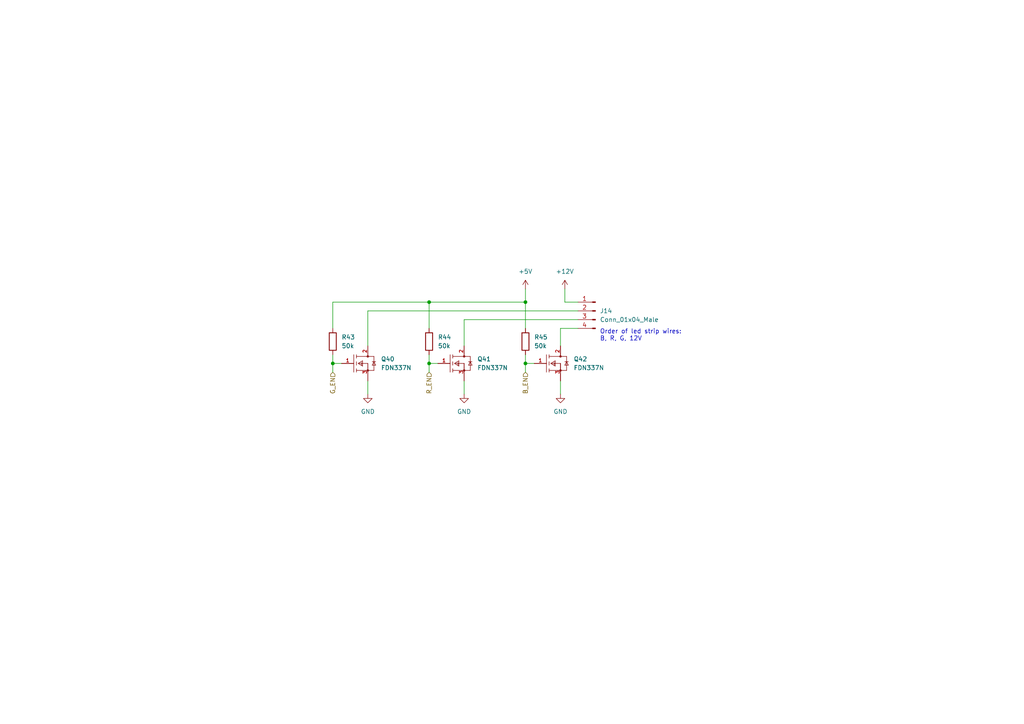
<source format=kicad_sch>
(kicad_sch (version 20211123) (generator eeschema)

  (uuid 422c1d61-e7ea-4fb7-8dbc-f3f36c44dc5e)

  (paper "A4")

  (lib_symbols
    (symbol "Connector:Conn_01x04_Male" (pin_names (offset 1.016) hide) (in_bom yes) (on_board yes)
      (property "Reference" "J" (id 0) (at 0 5.08 0)
        (effects (font (size 1.27 1.27)))
      )
      (property "Value" "Conn_01x04_Male" (id 1) (at 0 -7.62 0)
        (effects (font (size 1.27 1.27)))
      )
      (property "Footprint" "" (id 2) (at 0 0 0)
        (effects (font (size 1.27 1.27)) hide)
      )
      (property "Datasheet" "~" (id 3) (at 0 0 0)
        (effects (font (size 1.27 1.27)) hide)
      )
      (property "ki_keywords" "connector" (id 4) (at 0 0 0)
        (effects (font (size 1.27 1.27)) hide)
      )
      (property "ki_description" "Generic connector, single row, 01x04, script generated (kicad-library-utils/schlib/autogen/connector/)" (id 5) (at 0 0 0)
        (effects (font (size 1.27 1.27)) hide)
      )
      (property "ki_fp_filters" "Connector*:*_1x??_*" (id 6) (at 0 0 0)
        (effects (font (size 1.27 1.27)) hide)
      )
      (symbol "Conn_01x04_Male_1_1"
        (polyline
          (pts
            (xy 1.27 -5.08)
            (xy 0.8636 -5.08)
          )
          (stroke (width 0.1524) (type default) (color 0 0 0 0))
          (fill (type none))
        )
        (polyline
          (pts
            (xy 1.27 -2.54)
            (xy 0.8636 -2.54)
          )
          (stroke (width 0.1524) (type default) (color 0 0 0 0))
          (fill (type none))
        )
        (polyline
          (pts
            (xy 1.27 0)
            (xy 0.8636 0)
          )
          (stroke (width 0.1524) (type default) (color 0 0 0 0))
          (fill (type none))
        )
        (polyline
          (pts
            (xy 1.27 2.54)
            (xy 0.8636 2.54)
          )
          (stroke (width 0.1524) (type default) (color 0 0 0 0))
          (fill (type none))
        )
        (rectangle (start 0.8636 -4.953) (end 0 -5.207)
          (stroke (width 0.1524) (type default) (color 0 0 0 0))
          (fill (type outline))
        )
        (rectangle (start 0.8636 -2.413) (end 0 -2.667)
          (stroke (width 0.1524) (type default) (color 0 0 0 0))
          (fill (type outline))
        )
        (rectangle (start 0.8636 0.127) (end 0 -0.127)
          (stroke (width 0.1524) (type default) (color 0 0 0 0))
          (fill (type outline))
        )
        (rectangle (start 0.8636 2.667) (end 0 2.413)
          (stroke (width 0.1524) (type default) (color 0 0 0 0))
          (fill (type outline))
        )
        (pin passive line (at 5.08 2.54 180) (length 3.81)
          (name "Pin_1" (effects (font (size 1.27 1.27))))
          (number "1" (effects (font (size 1.27 1.27))))
        )
        (pin passive line (at 5.08 0 180) (length 3.81)
          (name "Pin_2" (effects (font (size 1.27 1.27))))
          (number "2" (effects (font (size 1.27 1.27))))
        )
        (pin passive line (at 5.08 -2.54 180) (length 3.81)
          (name "Pin_3" (effects (font (size 1.27 1.27))))
          (number "3" (effects (font (size 1.27 1.27))))
        )
        (pin passive line (at 5.08 -5.08 180) (length 3.81)
          (name "Pin_4" (effects (font (size 1.27 1.27))))
          (number "4" (effects (font (size 1.27 1.27))))
        )
      )
    )
    (symbol "Device:R" (pin_numbers hide) (pin_names (offset 0)) (in_bom yes) (on_board yes)
      (property "Reference" "R" (id 0) (at 2.032 0 90)
        (effects (font (size 1.27 1.27)))
      )
      (property "Value" "R" (id 1) (at 0 0 90)
        (effects (font (size 1.27 1.27)))
      )
      (property "Footprint" "" (id 2) (at -1.778 0 90)
        (effects (font (size 1.27 1.27)) hide)
      )
      (property "Datasheet" "~" (id 3) (at 0 0 0)
        (effects (font (size 1.27 1.27)) hide)
      )
      (property "ki_keywords" "R res resistor" (id 4) (at 0 0 0)
        (effects (font (size 1.27 1.27)) hide)
      )
      (property "ki_description" "Resistor" (id 5) (at 0 0 0)
        (effects (font (size 1.27 1.27)) hide)
      )
      (property "ki_fp_filters" "R_*" (id 6) (at 0 0 0)
        (effects (font (size 1.27 1.27)) hide)
      )
      (symbol "R_0_1"
        (rectangle (start -1.016 -2.54) (end 1.016 2.54)
          (stroke (width 0.254) (type default) (color 0 0 0 0))
          (fill (type none))
        )
      )
      (symbol "R_1_1"
        (pin passive line (at 0 3.81 270) (length 1.27)
          (name "~" (effects (font (size 1.27 1.27))))
          (number "1" (effects (font (size 1.27 1.27))))
        )
        (pin passive line (at 0 -3.81 90) (length 1.27)
          (name "~" (effects (font (size 1.27 1.27))))
          (number "2" (effects (font (size 1.27 1.27))))
        )
      )
    )
    (symbol "FDN337N:FDN337N" (pin_names (offset 1.016)) (in_bom yes) (on_board yes)
      (property "Reference" "Q" (id 0) (at 0 7.62 0)
        (effects (font (size 1.27 1.27)) (justify left))
      )
      (property "Value" "FDN337N" (id 1) (at 0 10.16 0)
        (effects (font (size 1.27 1.27)) (justify left))
      )
      (property "Footprint" "ON_Semi-527AG-01-12_2008-O-*" (id 2) (at 0 12.7 0)
        (effects (font (size 1.27 1.27)) (justify left) hide)
      )
      (property "Datasheet" "http://www.onsemi.com/pub/Collateral/FDN337N-D.PDF" (id 3) (at 0 15.24 0)
        (effects (font (size 1.27 1.27)) (justify left) hide)
      )
      (property "3DS Part Number" "455-00000" (id 4) (at 0 17.78 0)
        (effects (font (size 1.27 1.27)) (justify left) hide)
      )
      (property "category" "Trans" (id 5) (at 0 20.32 0)
        (effects (font (size 1.27 1.27)) (justify left) hide)
      )
      (property "continuous drain current" "2.2A" (id 6) (at 0 22.86 0)
        (effects (font (size 1.27 1.27)) (justify left) hide)
      )
      (property "device class L1" "Discrete Semiconductors" (id 7) (at 0 25.4 0)
        (effects (font (size 1.27 1.27)) (justify left) hide)
      )
      (property "device class L2" "Transistors" (id 8) (at 0 27.94 0)
        (effects (font (size 1.27 1.27)) (justify left) hide)
      )
      (property "device class L3" "MOSFETs" (id 9) (at 0 30.48 0)
        (effects (font (size 1.27 1.27)) (justify left) hide)
      )
      (property "digikey description" "MOSFET N-CH 30V 2.2A SSOT3" (id 10) (at 0 33.02 0)
        (effects (font (size 1.27 1.27)) (justify left) hide)
      )
      (property "digikey part number" "FDN337NCT-ND" (id 11) (at 0 35.56 0)
        (effects (font (size 1.27 1.27)) (justify left) hide)
      )
      (property "drain to source breakdown voltage" "30V" (id 12) (at 0 38.1 0)
        (effects (font (size 1.27 1.27)) (justify left) hide)
      )
      (property "drain to source resistance" "0.054Ω" (id 13) (at 0 40.64 0)
        (effects (font (size 1.27 1.27)) (justify left) hide)
      )
      (property "drain to source voltage" "30V" (id 14) (at 0 43.18 0)
        (effects (font (size 1.27 1.27)) (justify left) hide)
      )
      (property "footprint url" "http://www.onsemi.com/pub/Collateral/527AG.PDF" (id 15) (at 0 45.72 0)
        (effects (font (size 1.27 1.27)) (justify left) hide)
      )
      (property "gate to source voltage" "8V" (id 16) (at 0 48.26 0)
        (effects (font (size 1.27 1.27)) (justify left) hide)
      )
      (property "height" "1.12mm" (id 17) (at 0 50.8 0)
        (effects (font (size 1.27 1.27)) (justify left) hide)
      )
      (property "input capacitace at vds" "300pF @ 10V" (id 18) (at 0 53.34 0)
        (effects (font (size 1.27 1.27)) (justify left) hide)
      )
      (property "ipc land pattern name" "SOT95P237X100-3" (id 19) (at 0 55.88 0)
        (effects (font (size 1.27 1.27)) (justify left) hide)
      )
      (property "lead free" "yes" (id 20) (at 0 58.42 0)
        (effects (font (size 1.27 1.27)) (justify left) hide)
      )
      (property "library id" "39cc3973a6a2fb4d" (id 21) (at 0 60.96 0)
        (effects (font (size 1.27 1.27)) (justify left) hide)
      )
      (property "manufacturer" "ON Semi" (id 22) (at 0 63.5 0)
        (effects (font (size 1.27 1.27)) (justify left) hide)
      )
      (property "max junction temp" "+150°C" (id 23) (at 0 66.04 0)
        (effects (font (size 1.27 1.27)) (justify left) hide)
      )
      (property "mouser part number" "512-FDN337N" (id 24) (at 0 68.58 0)
        (effects (font (size 1.27 1.27)) (justify left) hide)
      )
      (property "number of N channels" "1" (id 25) (at 0 71.12 0)
        (effects (font (size 1.27 1.27)) (justify left) hide)
      )
      (property "number of P channels" "0" (id 26) (at 0 73.66 0)
        (effects (font (size 1.27 1.27)) (justify left) hide)
      )
      (property "number of channels" "1" (id 27) (at 0 76.2 0)
        (effects (font (size 1.27 1.27)) (justify left) hide)
      )
      (property "package" "SOT-23-3" (id 28) (at 0 78.74 0)
        (effects (font (size 1.27 1.27)) (justify left) hide)
      )
      (property "power dissipation" "0.5W" (id 29) (at 0 81.28 0)
        (effects (font (size 1.27 1.27)) (justify left) hide)
      )
      (property "rohs" "yes" (id 30) (at 0 83.82 0)
        (effects (font (size 1.27 1.27)) (justify left) hide)
      )
      (property "standoff height" "0.013mm" (id 31) (at 0 86.36 0)
        (effects (font (size 1.27 1.27)) (justify left) hide)
      )
      (property "technology" "MOSFET" (id 32) (at 0 88.9 0)
        (effects (font (size 1.27 1.27)) (justify left) hide)
      )
      (property "temperature range high" "+150°C" (id 33) (at 0 91.44 0)
        (effects (font (size 1.27 1.27)) (justify left) hide)
      )
      (property "temperature range low" "-55°C" (id 34) (at 0 93.98 0)
        (effects (font (size 1.27 1.27)) (justify left) hide)
      )
      (property "threshold vgs" "0.7V" (id 35) (at 0 96.52 0)
        (effects (font (size 1.27 1.27)) (justify left) hide)
      )
      (property "turn off delay time" "17ns" (id 36) (at 0 99.06 0)
        (effects (font (size 1.27 1.27)) (justify left) hide)
      )
      (property "turn on delay time" "4ns" (id 37) (at 0 101.6 0)
        (effects (font (size 1.27 1.27)) (justify left) hide)
      )
      (property "ki_locked" "" (id 38) (at 0 0 0)
        (effects (font (size 1.27 1.27)))
      )
      (property "ki_description" "FDN337N" (id 39) (at 0 0 0)
        (effects (font (size 1.27 1.27)) hide)
      )
      (symbol "FDN337N_1_1"
        (polyline
          (pts
            (xy 6.096 -2.54)
            (xy 6.096 2.54)
          )
          (stroke (width 0) (type default) (color 0 0 0 0))
          (fill (type none))
        )
        (polyline
          (pts
            (xy 6.858 -2.032)
            (xy 10.16 -2.032)
          )
          (stroke (width 0) (type default) (color 0 0 0 0))
          (fill (type none))
        )
        (polyline
          (pts
            (xy 6.858 -1.524)
            (xy 6.858 -2.54)
          )
          (stroke (width 0) (type default) (color 0 0 0 0))
          (fill (type none))
        )
        (polyline
          (pts
            (xy 6.858 0.508)
            (xy 6.858 -0.508)
          )
          (stroke (width 0) (type default) (color 0 0 0 0))
          (fill (type none))
        )
        (polyline
          (pts
            (xy 6.858 1.524)
            (xy 6.858 2.54)
          )
          (stroke (width 0) (type default) (color 0 0 0 0))
          (fill (type none))
        )
        (polyline
          (pts
            (xy 6.858 2.032)
            (xy 10.16 2.032)
          )
          (stroke (width 0) (type default) (color 0 0 0 0))
          (fill (type none))
        )
        (polyline
          (pts
            (xy 7.366 0)
            (xy 8.636 -0.762)
          )
          (stroke (width 0) (type default) (color 0 0 0 0))
          (fill (type none))
        )
        (polyline
          (pts
            (xy 7.366 0)
            (xy 8.636 0.762)
          )
          (stroke (width 0) (type default) (color 0 0 0 0))
          (fill (type none))
        )
        (polyline
          (pts
            (xy 7.62 0)
            (xy 10.16 0)
          )
          (stroke (width 0) (type default) (color 0 0 0 0))
          (fill (type none))
        )
        (polyline
          (pts
            (xy 8.382 0.254)
            (xy 8.382 -0.508)
          )
          (stroke (width 0) (type default) (color 0 0 0 0))
          (fill (type none))
        )
        (polyline
          (pts
            (xy 8.636 0.762)
            (xy 8.636 -0.762)
          )
          (stroke (width 0) (type default) (color 0 0 0 0))
          (fill (type none))
        )
        (polyline
          (pts
            (xy 10.16 -2.032)
            (xy 11.938 -2.032)
          )
          (stroke (width 0) (type default) (color 0 0 0 0))
          (fill (type none))
        )
        (polyline
          (pts
            (xy 11.43 -0.508)
            (xy 12.446 -0.508)
          )
          (stroke (width 0) (type default) (color 0 0 0 0))
          (fill (type none))
        )
        (polyline
          (pts
            (xy 11.938 -2.032)
            (xy 11.938 2.032)
          )
          (stroke (width 0) (type default) (color 0 0 0 0))
          (fill (type none))
        )
        (polyline
          (pts
            (xy 11.938 0.508)
            (xy 11.43 -0.508)
          )
          (stroke (width 0) (type default) (color 0 0 0 0))
          (fill (type none))
        )
        (polyline
          (pts
            (xy 11.938 0.508)
            (xy 11.43 0.508)
          )
          (stroke (width 0) (type default) (color 0 0 0 0))
          (fill (type none))
        )
        (polyline
          (pts
            (xy 11.938 0.508)
            (xy 12.446 0.508)
          )
          (stroke (width 0) (type default) (color 0 0 0 0))
          (fill (type none))
        )
        (polyline
          (pts
            (xy 11.938 2.032)
            (xy 10.16 2.032)
          )
          (stroke (width 0) (type default) (color 0 0 0 0))
          (fill (type none))
        )
        (polyline
          (pts
            (xy 12.446 -0.508)
            (xy 11.938 0.508)
          )
          (stroke (width 0) (type default) (color 0 0 0 0))
          (fill (type none))
        )
        (circle (center 10.16 -2.032) (radius 0.254)
          (stroke (width 0) (type default) (color 0 0 0 0))
          (fill (type none))
        )
        (circle (center 10.16 2.032) (radius 0.254)
          (stroke (width 0) (type default) (color 0 0 0 0))
          (fill (type none))
        )
        (pin passive line (at 2.54 0 0) (length 3.556)
          (name "G" (effects (font (size 0 0))))
          (number "1" (effects (font (size 1.016 1.016))))
        )
        (pin passive line (at 10.16 5.08 270) (length 3.048)
          (name "D" (effects (font (size 0 0))))
          (number "2" (effects (font (size 1.016 1.016))))
        )
        (pin passive line (at 10.16 -5.08 90) (length 5.08)
          (name "S" (effects (font (size 0 0))))
          (number "3" (effects (font (size 1.016 1.016))))
        )
      )
    )
    (symbol "power:+12V" (power) (pin_names (offset 0)) (in_bom yes) (on_board yes)
      (property "Reference" "#PWR" (id 0) (at 0 -3.81 0)
        (effects (font (size 1.27 1.27)) hide)
      )
      (property "Value" "+12V" (id 1) (at 0 3.556 0)
        (effects (font (size 1.27 1.27)))
      )
      (property "Footprint" "" (id 2) (at 0 0 0)
        (effects (font (size 1.27 1.27)) hide)
      )
      (property "Datasheet" "" (id 3) (at 0 0 0)
        (effects (font (size 1.27 1.27)) hide)
      )
      (property "ki_keywords" "power-flag" (id 4) (at 0 0 0)
        (effects (font (size 1.27 1.27)) hide)
      )
      (property "ki_description" "Power symbol creates a global label with name \"+12V\"" (id 5) (at 0 0 0)
        (effects (font (size 1.27 1.27)) hide)
      )
      (symbol "+12V_0_1"
        (polyline
          (pts
            (xy -0.762 1.27)
            (xy 0 2.54)
          )
          (stroke (width 0) (type default) (color 0 0 0 0))
          (fill (type none))
        )
        (polyline
          (pts
            (xy 0 0)
            (xy 0 2.54)
          )
          (stroke (width 0) (type default) (color 0 0 0 0))
          (fill (type none))
        )
        (polyline
          (pts
            (xy 0 2.54)
            (xy 0.762 1.27)
          )
          (stroke (width 0) (type default) (color 0 0 0 0))
          (fill (type none))
        )
      )
      (symbol "+12V_1_1"
        (pin power_in line (at 0 0 90) (length 0) hide
          (name "+12V" (effects (font (size 1.27 1.27))))
          (number "1" (effects (font (size 1.27 1.27))))
        )
      )
    )
    (symbol "power:+5V" (power) (pin_names (offset 0)) (in_bom yes) (on_board yes)
      (property "Reference" "#PWR" (id 0) (at 0 -3.81 0)
        (effects (font (size 1.27 1.27)) hide)
      )
      (property "Value" "+5V" (id 1) (at 0 3.556 0)
        (effects (font (size 1.27 1.27)))
      )
      (property "Footprint" "" (id 2) (at 0 0 0)
        (effects (font (size 1.27 1.27)) hide)
      )
      (property "Datasheet" "" (id 3) (at 0 0 0)
        (effects (font (size 1.27 1.27)) hide)
      )
      (property "ki_keywords" "power-flag" (id 4) (at 0 0 0)
        (effects (font (size 1.27 1.27)) hide)
      )
      (property "ki_description" "Power symbol creates a global label with name \"+5V\"" (id 5) (at 0 0 0)
        (effects (font (size 1.27 1.27)) hide)
      )
      (symbol "+5V_0_1"
        (polyline
          (pts
            (xy -0.762 1.27)
            (xy 0 2.54)
          )
          (stroke (width 0) (type default) (color 0 0 0 0))
          (fill (type none))
        )
        (polyline
          (pts
            (xy 0 0)
            (xy 0 2.54)
          )
          (stroke (width 0) (type default) (color 0 0 0 0))
          (fill (type none))
        )
        (polyline
          (pts
            (xy 0 2.54)
            (xy 0.762 1.27)
          )
          (stroke (width 0) (type default) (color 0 0 0 0))
          (fill (type none))
        )
      )
      (symbol "+5V_1_1"
        (pin power_in line (at 0 0 90) (length 0) hide
          (name "+5V" (effects (font (size 1.27 1.27))))
          (number "1" (effects (font (size 1.27 1.27))))
        )
      )
    )
    (symbol "power:GND" (power) (pin_names (offset 0)) (in_bom yes) (on_board yes)
      (property "Reference" "#PWR" (id 0) (at 0 -6.35 0)
        (effects (font (size 1.27 1.27)) hide)
      )
      (property "Value" "GND" (id 1) (at 0 -3.81 0)
        (effects (font (size 1.27 1.27)))
      )
      (property "Footprint" "" (id 2) (at 0 0 0)
        (effects (font (size 1.27 1.27)) hide)
      )
      (property "Datasheet" "" (id 3) (at 0 0 0)
        (effects (font (size 1.27 1.27)) hide)
      )
      (property "ki_keywords" "power-flag" (id 4) (at 0 0 0)
        (effects (font (size 1.27 1.27)) hide)
      )
      (property "ki_description" "Power symbol creates a global label with name \"GND\" , ground" (id 5) (at 0 0 0)
        (effects (font (size 1.27 1.27)) hide)
      )
      (symbol "GND_0_1"
        (polyline
          (pts
            (xy 0 0)
            (xy 0 -1.27)
            (xy 1.27 -1.27)
            (xy 0 -2.54)
            (xy -1.27 -1.27)
            (xy 0 -1.27)
          )
          (stroke (width 0) (type default) (color 0 0 0 0))
          (fill (type none))
        )
      )
      (symbol "GND_1_1"
        (pin power_in line (at 0 0 270) (length 0) hide
          (name "GND" (effects (font (size 1.27 1.27))))
          (number "1" (effects (font (size 1.27 1.27))))
        )
      )
    )
  )

  (junction (at 124.46 105.41) (diameter 0) (color 0 0 0 0)
    (uuid 39399d5a-41e4-44a1-90bd-c945071be919)
  )
  (junction (at 152.4 105.41) (diameter 0) (color 0 0 0 0)
    (uuid 4a041e8f-7af7-45d1-b991-d4094d443e34)
  )
  (junction (at 96.52 105.41) (diameter 0) (color 0 0 0 0)
    (uuid 7140ec3e-8241-4c98-9305-3e76208507dc)
  )
  (junction (at 124.46 87.63) (diameter 0) (color 0 0 0 0)
    (uuid 9d11dd5b-0f3c-4e6b-9871-44dcb054b54d)
  )
  (junction (at 152.4 87.63) (diameter 0) (color 0 0 0 0)
    (uuid f4bb1043-728c-45fd-b7f7-eb4f7a8affcd)
  )

  (wire (pts (xy 96.52 102.87) (xy 96.52 105.41))
    (stroke (width 0) (type default) (color 0 0 0 0))
    (uuid 03133b52-4c75-4a2b-a5da-286e63de596a)
  )
  (wire (pts (xy 152.4 105.41) (xy 152.4 107.95))
    (stroke (width 0) (type default) (color 0 0 0 0))
    (uuid 05009fac-cae5-413e-be9c-f0332311e168)
  )
  (wire (pts (xy 106.68 110.49) (xy 106.68 114.3))
    (stroke (width 0) (type default) (color 0 0 0 0))
    (uuid 0578d0a2-0346-46d5-8c50-888f627b46fd)
  )
  (wire (pts (xy 134.62 92.71) (xy 134.62 100.33))
    (stroke (width 0) (type default) (color 0 0 0 0))
    (uuid 0dff889f-7e23-41a5-99d2-655d836b955e)
  )
  (wire (pts (xy 162.56 110.49) (xy 162.56 114.3))
    (stroke (width 0) (type default) (color 0 0 0 0))
    (uuid 13191781-f056-4db5-81fe-ff431edd6aba)
  )
  (wire (pts (xy 154.94 105.41) (xy 152.4 105.41))
    (stroke (width 0) (type default) (color 0 0 0 0))
    (uuid 3232b872-b021-4ba6-a162-b9f009cfc50c)
  )
  (wire (pts (xy 106.68 90.17) (xy 106.68 100.33))
    (stroke (width 0) (type default) (color 0 0 0 0))
    (uuid 3dde1f81-528c-4bca-a9ad-b8878c5c9633)
  )
  (wire (pts (xy 152.4 102.87) (xy 152.4 105.41))
    (stroke (width 0) (type default) (color 0 0 0 0))
    (uuid 41e3f493-2247-40e4-9ce5-b8a914534d41)
  )
  (wire (pts (xy 124.46 87.63) (xy 152.4 87.63))
    (stroke (width 0) (type default) (color 0 0 0 0))
    (uuid 466f2d9f-9c24-406a-a435-93800fd9b499)
  )
  (wire (pts (xy 152.4 83.82) (xy 152.4 87.63))
    (stroke (width 0) (type default) (color 0 0 0 0))
    (uuid 519b1c4e-ac36-4cc7-ad50-ac716ddb4e04)
  )
  (wire (pts (xy 167.64 95.25) (xy 162.56 95.25))
    (stroke (width 0) (type default) (color 0 0 0 0))
    (uuid 54c730a8-cb73-48f6-a4ca-00686a419338)
  )
  (wire (pts (xy 99.06 105.41) (xy 96.52 105.41))
    (stroke (width 0) (type default) (color 0 0 0 0))
    (uuid 56d5c3e0-b82f-4ad0-bd31-ab44d2c97feb)
  )
  (wire (pts (xy 163.83 83.82) (xy 163.83 87.63))
    (stroke (width 0) (type default) (color 0 0 0 0))
    (uuid 59c4ddfd-7eec-4c08-8a6b-9f030088f1d7)
  )
  (wire (pts (xy 152.4 87.63) (xy 152.4 95.25))
    (stroke (width 0) (type default) (color 0 0 0 0))
    (uuid 78da4b57-ca03-4a4e-9478-02c1af441a41)
  )
  (wire (pts (xy 127 105.41) (xy 124.46 105.41))
    (stroke (width 0) (type default) (color 0 0 0 0))
    (uuid 79edb9df-87df-4d72-8684-87677b768318)
  )
  (wire (pts (xy 96.52 87.63) (xy 124.46 87.63))
    (stroke (width 0) (type default) (color 0 0 0 0))
    (uuid 79ee6d53-f14c-44cb-b418-1df9ee69b6d1)
  )
  (wire (pts (xy 124.46 95.25) (xy 124.46 87.63))
    (stroke (width 0) (type default) (color 0 0 0 0))
    (uuid 869fdd93-0ef0-4f6c-b098-9b315168c45a)
  )
  (wire (pts (xy 134.62 110.49) (xy 134.62 114.3))
    (stroke (width 0) (type default) (color 0 0 0 0))
    (uuid 95558dd2-2ee1-41c5-89d1-21cc0a8439a0)
  )
  (wire (pts (xy 96.52 105.41) (xy 96.52 107.95))
    (stroke (width 0) (type default) (color 0 0 0 0))
    (uuid ae590344-45c3-4d52-8218-f50b012336df)
  )
  (wire (pts (xy 124.46 105.41) (xy 124.46 107.95))
    (stroke (width 0) (type default) (color 0 0 0 0))
    (uuid aff1c824-87f1-4da2-906c-15aec80ec9f4)
  )
  (wire (pts (xy 167.64 92.71) (xy 134.62 92.71))
    (stroke (width 0) (type default) (color 0 0 0 0))
    (uuid b4befb27-4008-4e19-8558-ea6bfc08fe0d)
  )
  (wire (pts (xy 96.52 95.25) (xy 96.52 87.63))
    (stroke (width 0) (type default) (color 0 0 0 0))
    (uuid d38d9cff-3b24-4989-9d16-fb1f89316166)
  )
  (wire (pts (xy 163.83 87.63) (xy 167.64 87.63))
    (stroke (width 0) (type default) (color 0 0 0 0))
    (uuid eb9f39a9-efb3-46f1-bcc7-bf4b6ceb3fe9)
  )
  (wire (pts (xy 167.64 90.17) (xy 106.68 90.17))
    (stroke (width 0) (type default) (color 0 0 0 0))
    (uuid ef421bbb-2c84-4aa2-a08a-9d546f8b2ca4)
  )
  (wire (pts (xy 162.56 95.25) (xy 162.56 100.33))
    (stroke (width 0) (type default) (color 0 0 0 0))
    (uuid f5fc9b61-8c05-4154-a2ec-600117daceb2)
  )
  (wire (pts (xy 124.46 102.87) (xy 124.46 105.41))
    (stroke (width 0) (type default) (color 0 0 0 0))
    (uuid fcc1c632-2de8-4d98-b466-73f80e7f2336)
  )

  (text "Order of led strip wires:\nB, R, G, 12V" (at 173.99 99.06 0)
    (effects (font (size 1.27 1.27)) (justify left bottom))
    (uuid 81b7c496-d346-4564-8e7d-7dc0d9990956)
  )

  (hierarchical_label "G_EN" (shape input) (at 96.52 107.95 270)
    (effects (font (size 1.27 1.27)) (justify right))
    (uuid 1b393ee4-7508-4a1a-9161-edde4ff8fac8)
  )
  (hierarchical_label "R_EN" (shape input) (at 124.46 107.95 270)
    (effects (font (size 1.27 1.27)) (justify right))
    (uuid a4494649-a5d4-47c9-a022-94267677e3a9)
  )
  (hierarchical_label "B_EN" (shape input) (at 152.4 107.95 270)
    (effects (font (size 1.27 1.27)) (justify right))
    (uuid e17d29e2-0644-4966-995b-f03b91bd4572)
  )

  (symbol (lib_id "Device:R") (at 96.52 99.06 0)
    (in_bom yes) (on_board yes) (fields_autoplaced)
    (uuid 101131db-475d-4275-89d4-ac43ee9a25d5)
    (property "Reference" "R43" (id 0) (at 99.06 97.7899 0)
      (effects (font (size 1.27 1.27)) (justify left))
    )
    (property "Value" "50k" (id 1) (at 99.06 100.3299 0)
      (effects (font (size 1.27 1.27)) (justify left))
    )
    (property "Footprint" "Resistor_SMD:R_0805_2012Metric" (id 2) (at 94.742 99.06 90)
      (effects (font (size 1.27 1.27)) hide)
    )
    (property "Datasheet" "~" (id 3) (at 96.52 99.06 0)
      (effects (font (size 1.27 1.27)) hide)
    )
    (pin "1" (uuid d05ca12a-32d4-4c55-95ec-69bfada58ba7))
    (pin "2" (uuid 2733a655-db42-498b-a705-184e4fe256a3))
  )

  (symbol (lib_id "power:GND") (at 162.56 114.3 0)
    (in_bom yes) (on_board yes) (fields_autoplaced)
    (uuid 4b15b7ed-85be-46bd-8ecf-c7db11bc500e)
    (property "Reference" "#PWR0157" (id 0) (at 162.56 120.65 0)
      (effects (font (size 1.27 1.27)) hide)
    )
    (property "Value" "GND" (id 1) (at 162.56 119.38 0))
    (property "Footprint" "" (id 2) (at 162.56 114.3 0)
      (effects (font (size 1.27 1.27)) hide)
    )
    (property "Datasheet" "" (id 3) (at 162.56 114.3 0)
      (effects (font (size 1.27 1.27)) hide)
    )
    (pin "1" (uuid 5b05e841-3430-4845-be8c-c3a9622aa788))
  )

  (symbol (lib_id "FDN337N:FDN337N") (at 96.52 105.41 0)
    (in_bom yes) (on_board yes) (fields_autoplaced)
    (uuid 79e8c53a-906c-443b-8cd4-6097bcb94ef4)
    (property "Reference" "Q40" (id 0) (at 110.49 104.1399 0)
      (effects (font (size 1.27 1.27)) (justify left))
    )
    (property "Value" "FDN337N" (id 1) (at 110.49 106.6799 0)
      (effects (font (size 1.27 1.27)) (justify left))
    )
    (property "Footprint" "FDN337N:ON_Semi-527AG-01-12_2008-O-IPC_B" (id 2) (at 96.52 92.71 0)
      (effects (font (size 1.27 1.27)) (justify left) hide)
    )
    (property "Datasheet" "http://www.onsemi.com/pub/Collateral/FDN337N-D.PDF" (id 3) (at 96.52 90.17 0)
      (effects (font (size 1.27 1.27)) (justify left) hide)
    )
    (property "3DS Part Number" "455-00000" (id 4) (at 96.52 87.63 0)
      (effects (font (size 1.27 1.27)) (justify left) hide)
    )
    (property "category" "Trans" (id 5) (at 96.52 85.09 0)
      (effects (font (size 1.27 1.27)) (justify left) hide)
    )
    (property "continuous drain current" "2.2A" (id 6) (at 96.52 82.55 0)
      (effects (font (size 1.27 1.27)) (justify left) hide)
    )
    (property "device class L1" "Discrete Semiconductors" (id 7) (at 96.52 80.01 0)
      (effects (font (size 1.27 1.27)) (justify left) hide)
    )
    (property "device class L2" "Transistors" (id 8) (at 96.52 77.47 0)
      (effects (font (size 1.27 1.27)) (justify left) hide)
    )
    (property "device class L3" "MOSFETs" (id 9) (at 96.52 74.93 0)
      (effects (font (size 1.27 1.27)) (justify left) hide)
    )
    (property "digikey description" "MOSFET N-CH 30V 2.2A SSOT3" (id 10) (at 96.52 72.39 0)
      (effects (font (size 1.27 1.27)) (justify left) hide)
    )
    (property "digikey part number" "FDN337NCT-ND" (id 11) (at 96.52 69.85 0)
      (effects (font (size 1.27 1.27)) (justify left) hide)
    )
    (property "drain to source breakdown voltage" "30V" (id 12) (at 96.52 67.31 0)
      (effects (font (size 1.27 1.27)) (justify left) hide)
    )
    (property "drain to source resistance" "0.054Ω" (id 13) (at 96.52 64.77 0)
      (effects (font (size 1.27 1.27)) (justify left) hide)
    )
    (property "drain to source voltage" "30V" (id 14) (at 96.52 62.23 0)
      (effects (font (size 1.27 1.27)) (justify left) hide)
    )
    (property "footprint url" "http://www.onsemi.com/pub/Collateral/527AG.PDF" (id 15) (at 96.52 59.69 0)
      (effects (font (size 1.27 1.27)) (justify left) hide)
    )
    (property "gate to source voltage" "8V" (id 16) (at 96.52 57.15 0)
      (effects (font (size 1.27 1.27)) (justify left) hide)
    )
    (property "height" "1.12mm" (id 17) (at 96.52 54.61 0)
      (effects (font (size 1.27 1.27)) (justify left) hide)
    )
    (property "input capacitace at vds" "300pF @ 10V" (id 18) (at 96.52 52.07 0)
      (effects (font (size 1.27 1.27)) (justify left) hide)
    )
    (property "ipc land pattern name" "SOT95P237X100-3" (id 19) (at 96.52 49.53 0)
      (effects (font (size 1.27 1.27)) (justify left) hide)
    )
    (property "lead free" "yes" (id 20) (at 96.52 46.99 0)
      (effects (font (size 1.27 1.27)) (justify left) hide)
    )
    (property "library id" "39cc3973a6a2fb4d" (id 21) (at 96.52 44.45 0)
      (effects (font (size 1.27 1.27)) (justify left) hide)
    )
    (property "manufacturer" "ON Semi" (id 22) (at 96.52 41.91 0)
      (effects (font (size 1.27 1.27)) (justify left) hide)
    )
    (property "max junction temp" "+150°C" (id 23) (at 96.52 39.37 0)
      (effects (font (size 1.27 1.27)) (justify left) hide)
    )
    (property "mouser part number" "512-FDN337N" (id 24) (at 96.52 36.83 0)
      (effects (font (size 1.27 1.27)) (justify left) hide)
    )
    (property "number of N channels" "1" (id 25) (at 96.52 34.29 0)
      (effects (font (size 1.27 1.27)) (justify left) hide)
    )
    (property "number of P channels" "0" (id 26) (at 96.52 31.75 0)
      (effects (font (size 1.27 1.27)) (justify left) hide)
    )
    (property "number of channels" "1" (id 27) (at 96.52 29.21 0)
      (effects (font (size 1.27 1.27)) (justify left) hide)
    )
    (property "package" "SOT-23-3" (id 28) (at 96.52 26.67 0)
      (effects (font (size 1.27 1.27)) (justify left) hide)
    )
    (property "power dissipation" "0.5W" (id 29) (at 96.52 24.13 0)
      (effects (font (size 1.27 1.27)) (justify left) hide)
    )
    (property "rohs" "yes" (id 30) (at 96.52 21.59 0)
      (effects (font (size 1.27 1.27)) (justify left) hide)
    )
    (property "standoff height" "0.013mm" (id 31) (at 96.52 19.05 0)
      (effects (font (size 1.27 1.27)) (justify left) hide)
    )
    (property "technology" "MOSFET" (id 32) (at 96.52 16.51 0)
      (effects (font (size 1.27 1.27)) (justify left) hide)
    )
    (property "temperature range high" "+150°C" (id 33) (at 96.52 13.97 0)
      (effects (font (size 1.27 1.27)) (justify left) hide)
    )
    (property "temperature range low" "-55°C" (id 34) (at 96.52 11.43 0)
      (effects (font (size 1.27 1.27)) (justify left) hide)
    )
    (property "threshold vgs" "0.7V" (id 35) (at 96.52 8.89 0)
      (effects (font (size 1.27 1.27)) (justify left) hide)
    )
    (property "turn off delay time" "17ns" (id 36) (at 96.52 6.35 0)
      (effects (font (size 1.27 1.27)) (justify left) hide)
    )
    (property "turn on delay time" "4ns" (id 37) (at 96.52 3.81 0)
      (effects (font (size 1.27 1.27)) (justify left) hide)
    )
    (pin "1" (uuid c4ef9db5-c0a9-4aa1-bb66-2b4c5d4e634a))
    (pin "2" (uuid c169d4f7-7f35-4e3a-a8f8-4aa4ea657a99))
    (pin "3" (uuid 234bcfcf-3bff-4716-b6c3-2f5bddca6433))
  )

  (symbol (lib_id "FDN337N:FDN337N") (at 152.4 105.41 0)
    (in_bom yes) (on_board yes) (fields_autoplaced)
    (uuid 97fecf05-5c81-440b-89af-81913c97f06d)
    (property "Reference" "Q42" (id 0) (at 166.37 104.1399 0)
      (effects (font (size 1.27 1.27)) (justify left))
    )
    (property "Value" "FDN337N" (id 1) (at 166.37 106.6799 0)
      (effects (font (size 1.27 1.27)) (justify left))
    )
    (property "Footprint" "FDN337N:ON_Semi-527AG-01-12_2008-O-IPC_B" (id 2) (at 152.4 92.71 0)
      (effects (font (size 1.27 1.27)) (justify left) hide)
    )
    (property "Datasheet" "http://www.onsemi.com/pub/Collateral/FDN337N-D.PDF" (id 3) (at 152.4 90.17 0)
      (effects (font (size 1.27 1.27)) (justify left) hide)
    )
    (property "3DS Part Number" "455-00000" (id 4) (at 152.4 87.63 0)
      (effects (font (size 1.27 1.27)) (justify left) hide)
    )
    (property "category" "Trans" (id 5) (at 152.4 85.09 0)
      (effects (font (size 1.27 1.27)) (justify left) hide)
    )
    (property "continuous drain current" "2.2A" (id 6) (at 152.4 82.55 0)
      (effects (font (size 1.27 1.27)) (justify left) hide)
    )
    (property "device class L1" "Discrete Semiconductors" (id 7) (at 152.4 80.01 0)
      (effects (font (size 1.27 1.27)) (justify left) hide)
    )
    (property "device class L2" "Transistors" (id 8) (at 152.4 77.47 0)
      (effects (font (size 1.27 1.27)) (justify left) hide)
    )
    (property "device class L3" "MOSFETs" (id 9) (at 152.4 74.93 0)
      (effects (font (size 1.27 1.27)) (justify left) hide)
    )
    (property "digikey description" "MOSFET N-CH 30V 2.2A SSOT3" (id 10) (at 152.4 72.39 0)
      (effects (font (size 1.27 1.27)) (justify left) hide)
    )
    (property "digikey part number" "FDN337NCT-ND" (id 11) (at 152.4 69.85 0)
      (effects (font (size 1.27 1.27)) (justify left) hide)
    )
    (property "drain to source breakdown voltage" "30V" (id 12) (at 152.4 67.31 0)
      (effects (font (size 1.27 1.27)) (justify left) hide)
    )
    (property "drain to source resistance" "0.054Ω" (id 13) (at 152.4 64.77 0)
      (effects (font (size 1.27 1.27)) (justify left) hide)
    )
    (property "drain to source voltage" "30V" (id 14) (at 152.4 62.23 0)
      (effects (font (size 1.27 1.27)) (justify left) hide)
    )
    (property "footprint url" "http://www.onsemi.com/pub/Collateral/527AG.PDF" (id 15) (at 152.4 59.69 0)
      (effects (font (size 1.27 1.27)) (justify left) hide)
    )
    (property "gate to source voltage" "8V" (id 16) (at 152.4 57.15 0)
      (effects (font (size 1.27 1.27)) (justify left) hide)
    )
    (property "height" "1.12mm" (id 17) (at 152.4 54.61 0)
      (effects (font (size 1.27 1.27)) (justify left) hide)
    )
    (property "input capacitace at vds" "300pF @ 10V" (id 18) (at 152.4 52.07 0)
      (effects (font (size 1.27 1.27)) (justify left) hide)
    )
    (property "ipc land pattern name" "SOT95P237X100-3" (id 19) (at 152.4 49.53 0)
      (effects (font (size 1.27 1.27)) (justify left) hide)
    )
    (property "lead free" "yes" (id 20) (at 152.4 46.99 0)
      (effects (font (size 1.27 1.27)) (justify left) hide)
    )
    (property "library id" "39cc3973a6a2fb4d" (id 21) (at 152.4 44.45 0)
      (effects (font (size 1.27 1.27)) (justify left) hide)
    )
    (property "manufacturer" "ON Semi" (id 22) (at 152.4 41.91 0)
      (effects (font (size 1.27 1.27)) (justify left) hide)
    )
    (property "max junction temp" "+150°C" (id 23) (at 152.4 39.37 0)
      (effects (font (size 1.27 1.27)) (justify left) hide)
    )
    (property "mouser part number" "512-FDN337N" (id 24) (at 152.4 36.83 0)
      (effects (font (size 1.27 1.27)) (justify left) hide)
    )
    (property "number of N channels" "1" (id 25) (at 152.4 34.29 0)
      (effects (font (size 1.27 1.27)) (justify left) hide)
    )
    (property "number of P channels" "0" (id 26) (at 152.4 31.75 0)
      (effects (font (size 1.27 1.27)) (justify left) hide)
    )
    (property "number of channels" "1" (id 27) (at 152.4 29.21 0)
      (effects (font (size 1.27 1.27)) (justify left) hide)
    )
    (property "package" "SOT-23-3" (id 28) (at 152.4 26.67 0)
      (effects (font (size 1.27 1.27)) (justify left) hide)
    )
    (property "power dissipation" "0.5W" (id 29) (at 152.4 24.13 0)
      (effects (font (size 1.27 1.27)) (justify left) hide)
    )
    (property "rohs" "yes" (id 30) (at 152.4 21.59 0)
      (effects (font (size 1.27 1.27)) (justify left) hide)
    )
    (property "standoff height" "0.013mm" (id 31) (at 152.4 19.05 0)
      (effects (font (size 1.27 1.27)) (justify left) hide)
    )
    (property "technology" "MOSFET" (id 32) (at 152.4 16.51 0)
      (effects (font (size 1.27 1.27)) (justify left) hide)
    )
    (property "temperature range high" "+150°C" (id 33) (at 152.4 13.97 0)
      (effects (font (size 1.27 1.27)) (justify left) hide)
    )
    (property "temperature range low" "-55°C" (id 34) (at 152.4 11.43 0)
      (effects (font (size 1.27 1.27)) (justify left) hide)
    )
    (property "threshold vgs" "0.7V" (id 35) (at 152.4 8.89 0)
      (effects (font (size 1.27 1.27)) (justify left) hide)
    )
    (property "turn off delay time" "17ns" (id 36) (at 152.4 6.35 0)
      (effects (font (size 1.27 1.27)) (justify left) hide)
    )
    (property "turn on delay time" "4ns" (id 37) (at 152.4 3.81 0)
      (effects (font (size 1.27 1.27)) (justify left) hide)
    )
    (pin "1" (uuid 749ce576-61ca-4d66-a97b-7a5035b0f2fd))
    (pin "2" (uuid c356ab19-506c-4d8e-9a29-26c312a8865f))
    (pin "3" (uuid 98d478ae-1ac6-4a65-967b-635bee0167e1))
  )

  (symbol (lib_id "power:GND") (at 134.62 114.3 0)
    (in_bom yes) (on_board yes) (fields_autoplaced)
    (uuid a7daabe2-2898-4d39-8424-ad8cc27de891)
    (property "Reference" "#PWR0155" (id 0) (at 134.62 120.65 0)
      (effects (font (size 1.27 1.27)) hide)
    )
    (property "Value" "GND" (id 1) (at 134.62 119.38 0))
    (property "Footprint" "" (id 2) (at 134.62 114.3 0)
      (effects (font (size 1.27 1.27)) hide)
    )
    (property "Datasheet" "" (id 3) (at 134.62 114.3 0)
      (effects (font (size 1.27 1.27)) hide)
    )
    (pin "1" (uuid af48d7b8-5396-4512-96a2-ae12e2e39b24))
  )

  (symbol (lib_id "Connector:Conn_01x04_Male") (at 172.72 90.17 0) (mirror y)
    (in_bom yes) (on_board yes) (fields_autoplaced)
    (uuid c1eefc4b-76f4-40c3-b933-ab586706af53)
    (property "Reference" "J14" (id 0) (at 173.99 90.1699 0)
      (effects (font (size 1.27 1.27)) (justify right))
    )
    (property "Value" "Conn_01x04_Male" (id 1) (at 173.99 92.7099 0)
      (effects (font (size 1.27 1.27)) (justify right))
    )
    (property "Footprint" "kicad-ss-libs:ScrewTerminal-5_08" (id 2) (at 172.72 90.17 0)
      (effects (font (size 1.27 1.27)) hide)
    )
    (property "Datasheet" "~" (id 3) (at 172.72 90.17 0)
      (effects (font (size 1.27 1.27)) hide)
    )
    (pin "1" (uuid 7fa97541-c0b9-496b-82b7-c81ceee0741c))
    (pin "2" (uuid 281277a6-80cf-4cab-b8a6-d9b4a4039d2a))
    (pin "3" (uuid 77dd35f5-db68-4c41-a23e-d23d1b7f82c7))
    (pin "4" (uuid d9718e72-321e-4c92-baf1-b22459db89d3))
  )

  (symbol (lib_id "FDN337N:FDN337N") (at 124.46 105.41 0)
    (in_bom yes) (on_board yes) (fields_autoplaced)
    (uuid d9a50018-f11c-481e-b0dd-b6744b2afeba)
    (property "Reference" "Q41" (id 0) (at 138.43 104.1399 0)
      (effects (font (size 1.27 1.27)) (justify left))
    )
    (property "Value" "FDN337N" (id 1) (at 138.43 106.6799 0)
      (effects (font (size 1.27 1.27)) (justify left))
    )
    (property "Footprint" "FDN337N:ON_Semi-527AG-01-12_2008-O-IPC_B" (id 2) (at 124.46 92.71 0)
      (effects (font (size 1.27 1.27)) (justify left) hide)
    )
    (property "Datasheet" "http://www.onsemi.com/pub/Collateral/FDN337N-D.PDF" (id 3) (at 124.46 90.17 0)
      (effects (font (size 1.27 1.27)) (justify left) hide)
    )
    (property "3DS Part Number" "455-00000" (id 4) (at 124.46 87.63 0)
      (effects (font (size 1.27 1.27)) (justify left) hide)
    )
    (property "category" "Trans" (id 5) (at 124.46 85.09 0)
      (effects (font (size 1.27 1.27)) (justify left) hide)
    )
    (property "continuous drain current" "2.2A" (id 6) (at 124.46 82.55 0)
      (effects (font (size 1.27 1.27)) (justify left) hide)
    )
    (property "device class L1" "Discrete Semiconductors" (id 7) (at 124.46 80.01 0)
      (effects (font (size 1.27 1.27)) (justify left) hide)
    )
    (property "device class L2" "Transistors" (id 8) (at 124.46 77.47 0)
      (effects (font (size 1.27 1.27)) (justify left) hide)
    )
    (property "device class L3" "MOSFETs" (id 9) (at 124.46 74.93 0)
      (effects (font (size 1.27 1.27)) (justify left) hide)
    )
    (property "digikey description" "MOSFET N-CH 30V 2.2A SSOT3" (id 10) (at 124.46 72.39 0)
      (effects (font (size 1.27 1.27)) (justify left) hide)
    )
    (property "digikey part number" "FDN337NCT-ND" (id 11) (at 124.46 69.85 0)
      (effects (font (size 1.27 1.27)) (justify left) hide)
    )
    (property "drain to source breakdown voltage" "30V" (id 12) (at 124.46 67.31 0)
      (effects (font (size 1.27 1.27)) (justify left) hide)
    )
    (property "drain to source resistance" "0.054Ω" (id 13) (at 124.46 64.77 0)
      (effects (font (size 1.27 1.27)) (justify left) hide)
    )
    (property "drain to source voltage" "30V" (id 14) (at 124.46 62.23 0)
      (effects (font (size 1.27 1.27)) (justify left) hide)
    )
    (property "footprint url" "http://www.onsemi.com/pub/Collateral/527AG.PDF" (id 15) (at 124.46 59.69 0)
      (effects (font (size 1.27 1.27)) (justify left) hide)
    )
    (property "gate to source voltage" "8V" (id 16) (at 124.46 57.15 0)
      (effects (font (size 1.27 1.27)) (justify left) hide)
    )
    (property "height" "1.12mm" (id 17) (at 124.46 54.61 0)
      (effects (font (size 1.27 1.27)) (justify left) hide)
    )
    (property "input capacitace at vds" "300pF @ 10V" (id 18) (at 124.46 52.07 0)
      (effects (font (size 1.27 1.27)) (justify left) hide)
    )
    (property "ipc land pattern name" "SOT95P237X100-3" (id 19) (at 124.46 49.53 0)
      (effects (font (size 1.27 1.27)) (justify left) hide)
    )
    (property "lead free" "yes" (id 20) (at 124.46 46.99 0)
      (effects (font (size 1.27 1.27)) (justify left) hide)
    )
    (property "library id" "39cc3973a6a2fb4d" (id 21) (at 124.46 44.45 0)
      (effects (font (size 1.27 1.27)) (justify left) hide)
    )
    (property "manufacturer" "ON Semi" (id 22) (at 124.46 41.91 0)
      (effects (font (size 1.27 1.27)) (justify left) hide)
    )
    (property "max junction temp" "+150°C" (id 23) (at 124.46 39.37 0)
      (effects (font (size 1.27 1.27)) (justify left) hide)
    )
    (property "mouser part number" "512-FDN337N" (id 24) (at 124.46 36.83 0)
      (effects (font (size 1.27 1.27)) (justify left) hide)
    )
    (property "number of N channels" "1" (id 25) (at 124.46 34.29 0)
      (effects (font (size 1.27 1.27)) (justify left) hide)
    )
    (property "number of P channels" "0" (id 26) (at 124.46 31.75 0)
      (effects (font (size 1.27 1.27)) (justify left) hide)
    )
    (property "number of channels" "1" (id 27) (at 124.46 29.21 0)
      (effects (font (size 1.27 1.27)) (justify left) hide)
    )
    (property "package" "SOT-23-3" (id 28) (at 124.46 26.67 0)
      (effects (font (size 1.27 1.27)) (justify left) hide)
    )
    (property "power dissipation" "0.5W" (id 29) (at 124.46 24.13 0)
      (effects (font (size 1.27 1.27)) (justify left) hide)
    )
    (property "rohs" "yes" (id 30) (at 124.46 21.59 0)
      (effects (font (size 1.27 1.27)) (justify left) hide)
    )
    (property "standoff height" "0.013mm" (id 31) (at 124.46 19.05 0)
      (effects (font (size 1.27 1.27)) (justify left) hide)
    )
    (property "technology" "MOSFET" (id 32) (at 124.46 16.51 0)
      (effects (font (size 1.27 1.27)) (justify left) hide)
    )
    (property "temperature range high" "+150°C" (id 33) (at 124.46 13.97 0)
      (effects (font (size 1.27 1.27)) (justify left) hide)
    )
    (property "temperature range low" "-55°C" (id 34) (at 124.46 11.43 0)
      (effects (font (size 1.27 1.27)) (justify left) hide)
    )
    (property "threshold vgs" "0.7V" (id 35) (at 124.46 8.89 0)
      (effects (font (size 1.27 1.27)) (justify left) hide)
    )
    (property "turn off delay time" "17ns" (id 36) (at 124.46 6.35 0)
      (effects (font (size 1.27 1.27)) (justify left) hide)
    )
    (property "turn on delay time" "4ns" (id 37) (at 124.46 3.81 0)
      (effects (font (size 1.27 1.27)) (justify left) hide)
    )
    (pin "1" (uuid 81270d36-c486-498b-a52c-8d39e9cbf22c))
    (pin "2" (uuid 84daf274-e829-43bc-ac72-f3ea45ba2069))
    (pin "3" (uuid 26bb7ddb-4fe6-4db1-8d72-4195a73fd8a5))
  )

  (symbol (lib_id "power:+5V") (at 152.4 83.82 0)
    (in_bom yes) (on_board yes) (fields_autoplaced)
    (uuid de960dcd-c40f-4907-9894-2bda53494b58)
    (property "Reference" "#PWR0179" (id 0) (at 152.4 87.63 0)
      (effects (font (size 1.27 1.27)) hide)
    )
    (property "Value" "+5V" (id 1) (at 152.4 78.74 0))
    (property "Footprint" "" (id 2) (at 152.4 83.82 0)
      (effects (font (size 1.27 1.27)) hide)
    )
    (property "Datasheet" "" (id 3) (at 152.4 83.82 0)
      (effects (font (size 1.27 1.27)) hide)
    )
    (pin "1" (uuid 6b81d02b-73e3-4f1f-bf39-8e95f30fa987))
  )

  (symbol (lib_id "power:GND") (at 106.68 114.3 0)
    (in_bom yes) (on_board yes) (fields_autoplaced)
    (uuid e5d34449-cdd1-47e4-8e0b-eb3936c4aef0)
    (property "Reference" "#PWR0156" (id 0) (at 106.68 120.65 0)
      (effects (font (size 1.27 1.27)) hide)
    )
    (property "Value" "GND" (id 1) (at 106.68 119.38 0))
    (property "Footprint" "" (id 2) (at 106.68 114.3 0)
      (effects (font (size 1.27 1.27)) hide)
    )
    (property "Datasheet" "" (id 3) (at 106.68 114.3 0)
      (effects (font (size 1.27 1.27)) hide)
    )
    (pin "1" (uuid 9082ef5d-ff7f-432d-aa38-5deaa7877420))
  )

  (symbol (lib_id "power:+12V") (at 163.83 83.82 0)
    (in_bom yes) (on_board yes) (fields_autoplaced)
    (uuid e949520c-ed55-4426-950d-6672da5ea1c3)
    (property "Reference" "#PWR0158" (id 0) (at 163.83 87.63 0)
      (effects (font (size 1.27 1.27)) hide)
    )
    (property "Value" "+12V" (id 1) (at 163.83 78.74 0))
    (property "Footprint" "" (id 2) (at 163.83 83.82 0)
      (effects (font (size 1.27 1.27)) hide)
    )
    (property "Datasheet" "" (id 3) (at 163.83 83.82 0)
      (effects (font (size 1.27 1.27)) hide)
    )
    (pin "1" (uuid 18728706-fe11-4492-80e9-6eb9f030261a))
  )

  (symbol (lib_id "Device:R") (at 152.4 99.06 0)
    (in_bom yes) (on_board yes) (fields_autoplaced)
    (uuid ec3a0d1a-f31c-446d-934b-b9d0a30a4d67)
    (property "Reference" "R45" (id 0) (at 154.94 97.7899 0)
      (effects (font (size 1.27 1.27)) (justify left))
    )
    (property "Value" "50k" (id 1) (at 154.94 100.3299 0)
      (effects (font (size 1.27 1.27)) (justify left))
    )
    (property "Footprint" "Resistor_SMD:R_0805_2012Metric" (id 2) (at 150.622 99.06 90)
      (effects (font (size 1.27 1.27)) hide)
    )
    (property "Datasheet" "~" (id 3) (at 152.4 99.06 0)
      (effects (font (size 1.27 1.27)) hide)
    )
    (pin "1" (uuid 48009e63-8dca-41c7-8d95-bd4dc68d0472))
    (pin "2" (uuid c24f6dda-4e88-46d6-891a-2292666a3f6c))
  )

  (symbol (lib_id "Device:R") (at 124.46 99.06 0)
    (in_bom yes) (on_board yes) (fields_autoplaced)
    (uuid ede82a11-8f5c-4b80-9a2f-e6845171235f)
    (property "Reference" "R44" (id 0) (at 127 97.7899 0)
      (effects (font (size 1.27 1.27)) (justify left))
    )
    (property "Value" "50k" (id 1) (at 127 100.3299 0)
      (effects (font (size 1.27 1.27)) (justify left))
    )
    (property "Footprint" "Resistor_SMD:R_0805_2012Metric" (id 2) (at 122.682 99.06 90)
      (effects (font (size 1.27 1.27)) hide)
    )
    (property "Datasheet" "~" (id 3) (at 124.46 99.06 0)
      (effects (font (size 1.27 1.27)) hide)
    )
    (pin "1" (uuid 3bfe518e-5ed2-4867-9e5b-08cfa7fb6ff5))
    (pin "2" (uuid 2894bc9b-9bd8-48c6-8471-dc813ff5b0ea))
  )
)

</source>
